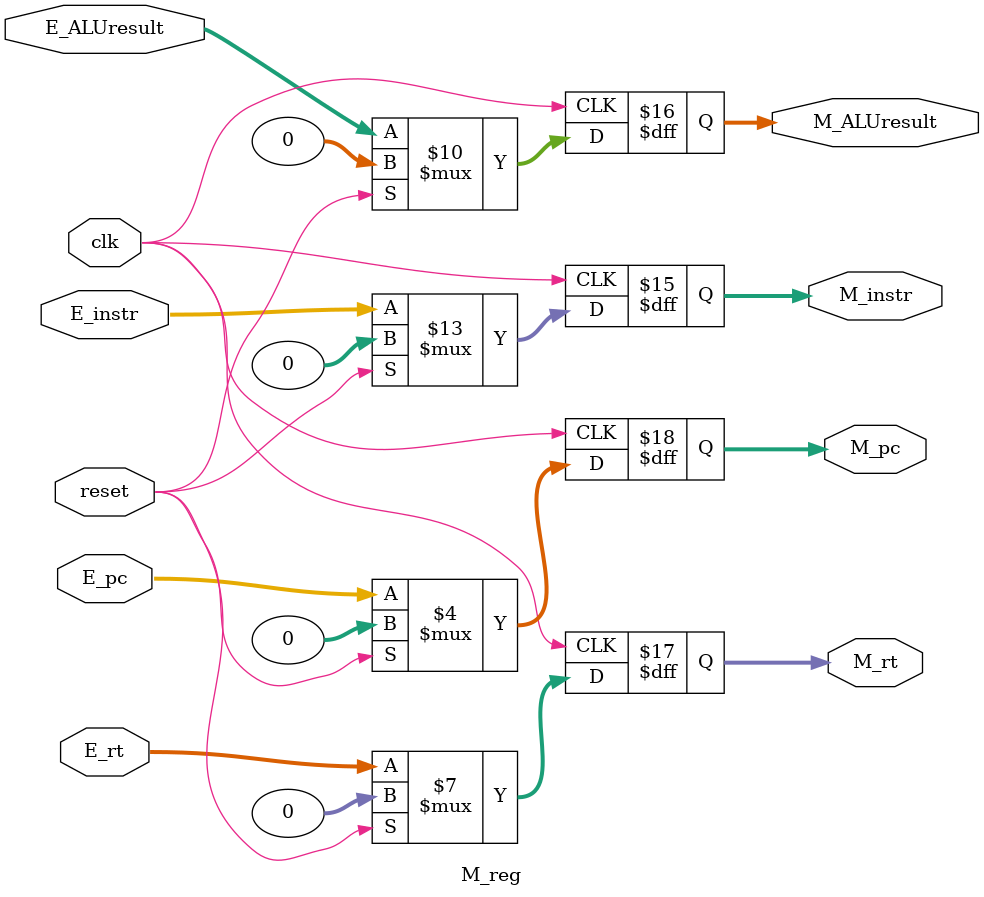
<source format=v>
`timescale 1ns / 1ps
module M_reg(
    input clk,
	input reset,
    input [31:0] E_instr,
    input [31:0] E_ALUresult,
    input [31:0] E_rt,
    input [31:0] E_pc,
    output reg[31:0] M_instr,
    output reg [31:0] M_ALUresult,
    output reg [31:0] M_rt,
    output reg [31:0] M_pc
    );
	always@(posedge clk) begin
	    if ( reset == 1'b1 ) begin
		    M_instr <= 32'b0;
			M_ALUresult <= 32'b0;
			M_rt <= 32'b0;
			M_pc <= 32'b0;
		end
		else begin
			M_instr <= E_instr;
			M_ALUresult <= E_ALUresult   ;
			M_rt <= E_rt ;
			M_pc <= E_pc ;
		end
	end


endmodule

</source>
